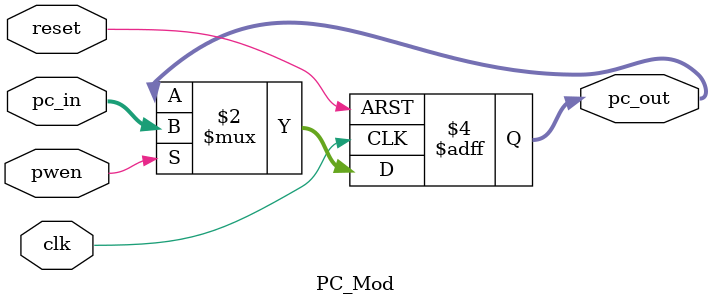
<source format=v>
module PC_Mod(clk, reset, pwen, pc_in, pc_out);
    input clk, reset, pwen;
    input [3:0] pc_in;
    output [3:0] pc_out;
    reg [3:0] pc_out;

    always @(posedge clk or posedge reset) begin
        if (reset) begin
            pc_out <= 4'b0000;
        end else if (pwen) begin
            pc_out <= pc_in;
        end
    end
endmodule

</source>
